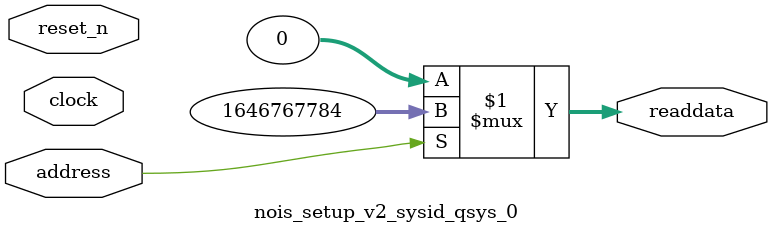
<source format=v>



// synthesis translate_off
`timescale 1ns / 1ps
// synthesis translate_on

// turn off superfluous verilog processor warnings 
// altera message_level Level1 
// altera message_off 10034 10035 10036 10037 10230 10240 10030 

module nois_setup_v2_sysid_qsys_0 (
               // inputs:
                address,
                clock,
                reset_n,

               // outputs:
                readdata
             )
;

  output  [ 31: 0] readdata;
  input            address;
  input            clock;
  input            reset_n;

  wire    [ 31: 0] readdata;
  //control_slave, which is an e_avalon_slave
  assign readdata = address ? 1646767784 : 0;

endmodule



</source>
